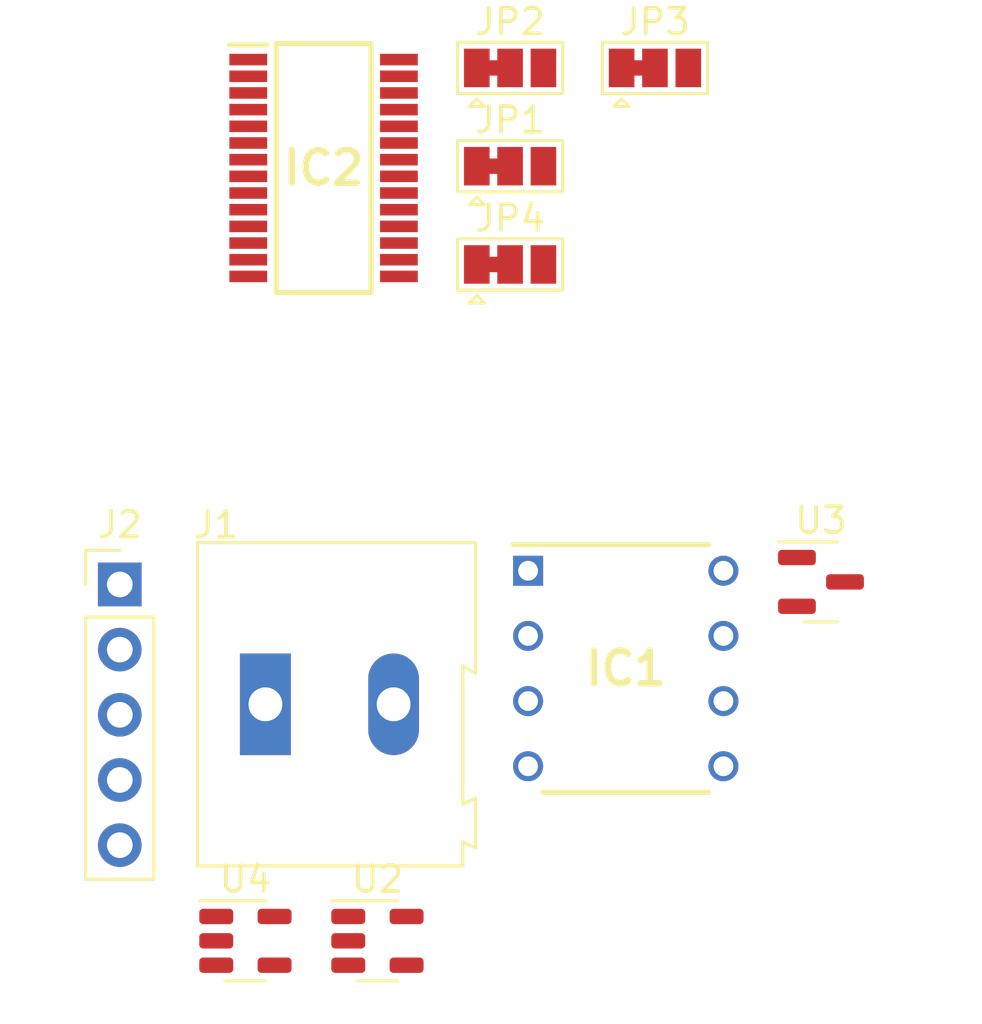
<source format=kicad_pcb>
(kicad_pcb (version 20211014) (generator pcbnew)
  (layers (0 "F.Cu" signal) (31 "B.Cu" signal) (34 "B.Paste" user) (35 "F.Paste" user) (36 "B.SilkS" user "B.Silkscreen") (37 "F.SilkS" user "F.Silkscreen") (38 "B.Mask" user) (39 "F.Mask" user) (44 "Edge.Cuts" user))
  (net 0 "")
  (net 4 "Net-(R10-Pad1)")
  (net 6 "Net-(R10-Pad2)")
  (net 7 "Net-(R5-Pad2)")
  (net 9 "/2V")
  (net 10 "GND")
  (net 11 "Net-(D1-Pad2)")
  (net 13 "Net-(RV1-Pad2)")
  (net 15 "Net-(IC1-Pad2)")
  (net 16 "IC_FBpin")
  (net 17 "Net-(IC1-Pad5)")
  (net 18 "Net-(IC1-Pad7)")
  (net 19 "/A0")
  (net 20 "+3V3")
  (net 21 "Net-(IC2-Pad3)")
  (net 26 "/A1")
  (net 32 "/A2")
  (net 37 "/A3")
  (net 42 "I2C_SDA")
  (net 43 "I2C_CLK")
  (net 44 "+5V")
  (footprint "Jumper:SolderJumper-3_P1.3mm_Bridged12_Pad1.0x1.5mm" (layer "F.Cu") (at 95.7686 65.95)
    (fp_text reference "JP2" (at 0 -1.8) (layer "F.SilkS"))
    (fp_text value "Adress0")
    (fp_poly (pts (xy -0.9 -0.3) (xy -0.4 -0.3) (xy -0.4 0.3) (xy -0.9 0.3)) (layer "F.Cu") (width 0) (fill solid))
    (fp_line (start -1.6 1.5) (end -1 1.5) (layer "F.SilkS") (width 0.12))
    (fp_line (start -2.05 1) (end -2.05 -1) (layer "F.SilkS") (width 0.12))
    (fp_line (start -1.3 1.2) (end -1 1.5) (layer "F.SilkS") (width 0.12))
    (fp_line (start -1.3 1.2) (end -1.6 1.5) (layer "F.SilkS") (width 0.12))
    (fp_line (start 2.05 -1) (end 2.05 1) (layer "F.SilkS") (width 0.12))
    (fp_line (start -2.05 -1) (end 2.05 -1) (layer "F.SilkS") (width 0.12))
    (fp_line (start 2.05 1) (end -2.05 1) (layer "F.SilkS") (width 0.12))
    (pad "1" smd rect (at -1.3 0) (size 1 1.5) (layers "F.Cu" "F.Mask") (net 10 "GND"))
    (pad "2" smd rect (at 0 0) (size 1 1.5) (layers "F.Cu" "F.Mask") (net 26 "/A1"))
    (pad "3" smd rect (at 1.3 0) (size 1 1.5) (layers "F.Cu" "F.Mask") (net 20 "+3V3"))
  )
  (footprint "SamacSys_Parts:SOP65P640X110-28N" (layer "F.Cu") (at 88.4936 69.85)
    (fp_text reference "IC2" (at 0 0) (layer "F.SilkS") (effects (font (size 1.27 1.27) (thickness 0.254))))
    (fp_text value "PCA9575PW2,118" hide)
    (fp_line (start -1.85 4.85) (end -1.85 -4.85) (layer "F.SilkS") (width 0.2))
    (fp_line (start -1.85 -4.85) (end 1.85 -4.85) (layer "F.SilkS") (width 0.2))
    (fp_line (start 1.85 -4.85) (end 1.85 4.85) (layer "F.SilkS") (width 0.2))
    (fp_line (start 1.85 4.85) (end -1.85 4.85) (layer "F.SilkS") (width 0.2))
    (fp_line (start -3.675 -4.8) (end -2.2 -4.8) (layer "F.SilkS") (width 0.2))
    (pad "1" smd rect locked (at -2.938 -4.225 90) (size 0.45 1.475) (layers "F.Cu" "F.Paste" "F.Mask") (net 19 "/A0"))
    (pad "2" smd rect locked (at -2.938 -3.575 90) (size 0.45 1.475) (layers "F.Cu" "F.Paste" "F.Mask") (net 20 "+3V3"))
    (pad "3" smd rect locked (at -2.938 -2.925 90) (size 0.45 1.475) (layers "F.Cu" "F.Paste" "F.Mask") (net 21 "Net-(IC2-Pad3)"))
    (pad "4" smd rect locked (at -2.938 -2.275 90) (size 0.45 1.475) (layers "F.Cu" "F.Paste" "F.Mask"))
    (pad "5" smd rect locked (at -2.938 -1.625 90) (size 0.45 1.475) (layers "F.Cu" "F.Paste" "F.Mask"))
    (pad "6" smd rect locked (at -2.938 -0.975 90) (size 0.45 1.475) (layers "F.Cu" "F.Paste" "F.Mask"))
    (pad "7" smd rect locked (at -2.938 -0.325 90) (size 0.45 1.475) (layers "F.Cu" "F.Paste" "F.Mask"))
    (pad "8" smd rect locked (at -2.938 0.325 90) (size 0.45 1.475) (layers "F.Cu" "F.Paste" "F.Mask") (net 26 "/A1"))
    (pad "9" smd rect locked (at -2.938 0.975 90) (size 0.45 1.475) (layers "F.Cu" "F.Paste" "F.Mask") (net 20 "+3V3"))
    (pad "10" smd rect locked (at -2.938 1.625 90) (size 0.45 1.475) (layers "F.Cu" "F.Paste" "F.Mask"))
    (pad "11" smd rect locked (at -2.938 2.275 90) (size 0.45 1.475) (layers "F.Cu" "F.Paste" "F.Mask"))
    (pad "12" smd rect locked (at -2.938 2.925 90) (size 0.45 1.475) (layers "F.Cu" "F.Paste" "F.Mask"))
    (pad "13" smd rect locked (at -2.938 3.575 90) (size 0.45 1.475) (layers "F.Cu" "F.Paste" "F.Mask"))
    (pad "14" smd rect locked (at -2.938 4.225 90) (size 0.45 1.475) (layers "F.Cu" "F.Paste" "F.Mask"))
    (pad "15" smd rect locked (at 2.938 4.225 90) (size 0.45 1.475) (layers "F.Cu" "F.Paste" "F.Mask") (net 32 "/A2"))
    (pad "16" smd rect locked (at 2.938 3.575 90) (size 0.45 1.475) (layers "F.Cu" "F.Paste" "F.Mask") (net 10 "GND"))
    (pad "17" smd rect locked (at 2.938 2.925 90) (size 0.45 1.475) (layers "F.Cu" "F.Paste" "F.Mask"))
    (pad "18" smd rect locked (at 2.938 2.275 90) (size 0.45 1.475) (layers "F.Cu" "F.Paste" "F.Mask"))
    (pad "19" smd rect locked (at 2.938 1.625 90) (size 0.45 1.475) (layers "F.Cu" "F.Paste" "F.Mask"))
    (pad "20" smd rect locked (at 2.938 0.975 90) (size 0.45 1.475) (layers "F.Cu" "F.Paste" "F.Mask"))
    (pad "21" smd rect locked (at 2.938 0.325 90) (size 0.45 1.475) (layers "F.Cu" "F.Paste" "F.Mask") (net 20 "+3V3"))
    (pad "22" smd rect locked (at 2.938 -0.325 90) (size 0.45 1.475) (layers "F.Cu" "F.Paste" "F.Mask") (net 37 "/A3"))
    (pad "23" smd rect locked (at 2.938 -0.975 90) (size 0.45 1.475) (layers "F.Cu" "F.Paste" "F.Mask"))
    (pad "24" smd rect locked (at 2.938 -1.625 90) (size 0.45 1.475) (layers "F.Cu" "F.Paste" "F.Mask"))
    (pad "25" smd rect locked (at 2.938 -2.275 90) (size 0.45 1.475) (layers "F.Cu" "F.Paste" "F.Mask"))
    (pad "26" smd rect locked (at 2.938 -2.925 90) (size 0.45 1.475) (layers "F.Cu" "F.Paste" "F.Mask"))
    (pad "27" smd rect locked (at 2.938 -3.575 90) (size 0.45 1.475) (layers "F.Cu" "F.Paste" "F.Mask") (net 42 "I2C_SDA"))
    (pad "28" smd rect locked (at 2.938 -4.225 90) (size 0.45 1.475) (layers "F.Cu" "F.Paste" "F.Mask") (net 43 "I2C_CLK"))
  )
  (footprint "Package_TO_SOT_SMD:SOT-23" (layer "F.Cu") (at 107.8942 85.9822)
    (fp_text reference "U3" (at 0 -2.4) (layer "F.SilkS"))
    (fp_text value "LM4040DBZ-2.0")
    (fp_line (start 0 -1.56) (end -1.675 -1.56) (layer "F.SilkS") (width 0.12))
    (fp_line (start 0 -1.56) (end 0.65 -1.56) (layer "F.SilkS") (width 0.12))
    (fp_line (start 0 1.56) (end 0.65 1.56) (layer "F.SilkS") (width 0.12))
    (fp_line (start 0 1.56) (end -0.65 1.56) (layer "F.SilkS") (width 0.12))
    (pad "1" smd roundrect (at -0.9375 -0.95) (size 1.475 0.6) (layers "F.Cu" "F.Paste" "F.Mask") (net 9 "/2V"))
    (pad "2" smd roundrect (at -0.9375 0.95) (size 1.475 0.6) (layers "F.Cu" "F.Paste" "F.Mask") (net 10 "GND"))
    (pad "3" smd roundrect (at 0.9375 0) (size 1.475 0.6) (layers "F.Cu" "F.Paste" "F.Mask"))
  )
  (footprint "SamacSys_Parts:DIP762W57P254L952H343Q8N" (layer "F.Cu") (at 100.2792 89.3572)
    (fp_text reference "IC1" (at 0 0) (layer "F.SilkS") (effects (font (size 1.27 1.27) (thickness 0.254))))
    (fp_text value "MIC3172YN" hide)
    (fp_line (start -3.24 4.825) (end 3.24 4.825) (layer "F.SilkS") (width 0.2))
    (fp_line (start -4.395 -4.825) (end 3.24 -4.825) (layer "F.SilkS") (width 0.2))
    (pad "1" thru_hole rect locked (at -3.81 -3.81) (size 1.17 1.17) (drill 0.77) (layers *.Cu *.Mask) (net 10 "GND"))
    (pad "2" thru_hole circle locked (at -3.81 -1.27) (size 1.17 1.17) (drill 0.77) (layers *.Cu *.Mask) (net 15 "Net-(IC1-Pad2)"))
    (pad "3" thru_hole circle locked (at -3.81 1.27) (size 1.17 1.17) (drill 0.77) (layers *.Cu *.Mask) (net 16 "IC_FBpin"))
    (pad "4" thru_hole circle locked (at -3.81 3.81) (size 1.17 1.17) (drill 0.77) (layers *.Cu *.Mask))
    (pad "5" thru_hole circle locked (at 3.81 3.81) (size 1.17 1.17) (drill 0.77) (layers *.Cu *.Mask) (net 17 "Net-(IC1-Pad5)"))
    (pad "6" thru_hole circle locked (at 3.81 1.27) (size 1.17 1.17) (drill 0.77) (layers *.Cu *.Mask) (net 10 "GND"))
    (pad "7" thru_hole circle locked (at 3.81 -1.27) (size 1.17 1.17) (drill 0.77) (layers *.Cu *.Mask) (net 18 "Net-(IC1-Pad7)"))
    (pad "8" thru_hole circle locked (at 3.81 -3.81) (size 1.17 1.17) (drill 0.77) (layers *.Cu *.Mask) (net 10 "GND"))
  )
  (footprint "Package_TO_SOT_SMD:SOT-23-5" (layer "F.Cu") (at 85.4442 99.9722)
    (fp_text reference "U4" (at 0 -2.4) (layer "F.SilkS"))
    (fp_text value "OP179GRT")
    (fp_line (start 0 -1.56) (end 0.8 -1.56) (layer "F.SilkS") (width 0.12))
    (fp_line (start 0 -1.56) (end -1.8 -1.56) (layer "F.SilkS") (width 0.12))
    (fp_line (start 0 1.56) (end -0.8 1.56) (layer "F.SilkS") (width 0.12))
    (fp_line (start 0 1.56) (end 0.8 1.56) (layer "F.SilkS") (width 0.12))
    (pad "1" smd roundrect (at -1.1375 -0.95) (size 1.325 0.6) (layers "F.Cu" "F.Paste" "F.Mask") (net 11 "Net-(D1-Pad2)"))
    (pad "2" smd roundrect (at -1.1375 0) (size 1.325 0.6) (layers "F.Cu" "F.Paste" "F.Mask"))
    (pad "3" smd roundrect (at -1.1375 0.95) (size 1.325 0.6) (layers "F.Cu" "F.Paste" "F.Mask") (net 4 "Net-(R10-Pad1)"))
    (pad "4" smd roundrect (at 1.1375 0.95) (size 1.325 0.6) (layers "F.Cu" "F.Paste" "F.Mask") (net 13 "Net-(RV1-Pad2)"))
    (pad "5" smd roundrect (at 1.1375 -0.95) (size 1.325 0.6) (layers "F.Cu" "F.Paste" "F.Mask"))
  )
  (footprint "Jumper:SolderJumper-3_P1.3mm_Bridged12_Pad1.0x1.5mm" (layer "F.Cu") (at 95.7686 73.61)
    (fp_text reference "JP4" (at 0 -1.8) (layer "F.SilkS"))
    (fp_text value "Adress0")
    (fp_poly (pts (xy -0.9 -0.3) (xy -0.4 -0.3) (xy -0.4 0.3) (xy -0.9 0.3)) (layer "F.Cu") (width 0) (fill solid))
    (fp_line (start 2.05 -1) (end 2.05 1) (layer "F.SilkS") (width 0.12))
    (fp_line (start 2.05 1) (end -2.05 1) (layer "F.SilkS") (width 0.12))
    (fp_line (start -2.05 -1) (end 2.05 -1) (layer "F.SilkS") (width 0.12))
    (fp_line (start -1.6 1.5) (end -1 1.5) (layer "F.SilkS") (width 0.12))
    (fp_line (start -2.05 1) (end -2.05 -1) (layer "F.SilkS") (width 0.12))
    (fp_line (start -1.3 1.2) (end -1 1.5) (layer "F.SilkS") (width 0.12))
    (fp_line (start -1.3 1.2) (end -1.6 1.5) (layer "F.SilkS") (width 0.12))
    (pad "1" smd rect (at -1.3 0) (size 1 1.5) (layers "F.Cu" "F.Mask") (net 10 "GND"))
    (pad "2" smd rect (at 0 0) (size 1 1.5) (layers "F.Cu" "F.Mask") (net 37 "/A3"))
    (pad "3" smd rect (at 1.3 0) (size 1 1.5) (layers "F.Cu" "F.Mask") (net 20 "+3V3"))
  )
  (footprint "Connector_PinHeader_2.54mm:PinHeader_1x05_P2.54mm_Vertical" (layer "F.Cu") (at 80.5442 86.0822)
    (fp_text reference "J2" (at 0 -2.33) (layer "F.SilkS"))
    (fp_text value "Conn_01x05")
    (fp_line (start -1.33 1.27) (end -1.33 11.49) (layer "F.SilkS") (width 0.12))
    (fp_line (start 1.33 1.27) (end 1.33 11.49) (layer "F.SilkS") (width 0.12))
    (fp_line (start -1.33 -1.33) (end 0 -1.33) (layer "F.SilkS") (width 0.12))
    (fp_line (start -1.33 11.49) (end 1.33 11.49) (layer "F.SilkS") (width 0.12))
    (fp_line (start -1.33 0) (end -1.33 -1.33) (layer "F.SilkS") (width 0.12))
    (fp_line (start -1.33 1.27) (end 1.33 1.27) (layer "F.SilkS") (width 0.12))
    (pad "1" thru_hole rect (at 0 0) (size 1.7 1.7) (drill 1) (layers *.Cu *.Mask) (net 10 "GND"))
    (pad "2" thru_hole oval (at 0 2.54) (size 1.7 1.7) (drill 1) (layers *.Cu *.Mask) (net 43 "I2C_CLK"))
    (pad "3" thru_hole oval (at 0 5.08) (size 1.7 1.7) (drill 1) (layers *.Cu *.Mask) (net 42 "I2C_SDA"))
    (pad "4" thru_hole oval (at 0 7.62) (size 1.7 1.7) (drill 1) (layers *.Cu *.Mask) (net 44 "+5V"))
    (pad "5" thru_hole oval (at 0 10.16) (size 1.7 1.7) (drill 1) (layers *.Cu *.Mask) (net 20 "+3V3"))
  )
  (footprint "Jumper:SolderJumper-3_P1.3mm_Bridged12_Pad1.0x1.5mm" (layer "F.Cu") (at 101.4186 65.95)
    (fp_text reference "JP3" (at 0 -1.8) (layer "F.SilkS"))
    (fp_text value "Adress0")
    (fp_poly (pts (xy -0.9 -0.3) (xy -0.4 -0.3) (xy -0.4 0.3) (xy -0.9 0.3)) (layer "F.Cu") (width 0) (fill solid))
    (fp_line (start 2.05 -1) (end 2.05 1) (layer "F.SilkS") (width 0.12))
    (fp_line (start -2.05 1) (end -2.05 -1) (layer "F.SilkS") (width 0.12))
    (fp_line (start -1.3 1.2) (end -1 1.5) (layer "F.SilkS") (width 0.12))
    (fp_line (start 2.05 1) (end -2.05 1) (layer "F.SilkS") (width 0.12))
    (fp_line (start -1.3 1.2) (end -1.6 1.5) (layer "F.SilkS") (width 0.12))
    (fp_line (start -1.6 1.5) (end -1 1.5) (layer "F.SilkS") (width 0.12))
    (fp_line (start -2.05 -1) (end 2.05 -1) (layer "F.SilkS") (width 0.12))
    (pad "1" smd rect (at -1.3 0) (size 1 1.5) (layers "F.Cu" "F.Mask") (net 10 "GND"))
    (pad "2" smd rect (at 0 0) (size 1 1.5) (layers "F.Cu" "F.Mask") (net 32 "/A2"))
    (pad "3" smd rect (at 1.3 0) (size 1 1.5) (layers "F.Cu" "F.Mask") (net 20 "+3V3"))
  )
  (footprint "Package_TO_SOT_SMD:SOT-23-5" (layer "F.Cu") (at 90.5942 99.9722)
    (fp_text reference "U2" (at 0 -2.4) (layer "F.SilkS"))
    (fp_text value "OP179GRT")
    (fp_line (start 0 1.56) (end 0.8 1.56) (layer "F.SilkS") (width 0.12))
    (fp_line (start 0 1.56) (end -0.8 1.56) (layer "F.SilkS") (width 0.12))
    (fp_line (start 0 -1.56) (end 0.8 -1.56) (layer "F.SilkS") (width 0.12))
    (fp_line (start 0 -1.56) (end -1.8 -1.56) (layer "F.SilkS") (width 0.12))
    (pad "1" smd roundrect (at -1.1375 -0.95) (size 1.325 0.6) (layers "F.Cu" "F.Paste" "F.Mask") (net 4 "Net-(R10-Pad1)"))
    (pad "2" smd roundrect (at -1.1375 0) (size 1.325 0.6) (layers "F.Cu" "F.Paste" "F.Mask"))
    (pad "3" smd roundrect (at -1.1375 0.95) (size 1.325 0.6) (layers "F.Cu" "F.Paste" "F.Mask") (net 6 "Net-(R10-Pad2)"))
    (pad "4" smd roundrect (at 1.1375 0.95) (size 1.325 0.6) (layers "F.Cu" "F.Paste" "F.Mask") (net 7 "Net-(R5-Pad2)"))
    (pad "5" smd roundrect (at 1.1375 -0.95) (size 1.325 0.6) (layers "F.Cu" "F.Paste" "F.Mask"))
  )
  (footprint "TerminalBlock:TerminalBlock_Altech_AK300-2_P5.00mm" (layer "F.Cu") (at 86.2242 90.7522)
    (fp_text reference "J1" (at -1.92 -6.99) (layer "F.SilkS"))
    (fp_text value "Screw_Terminal_01x02")
    (fp_line (start 8.2 3.7) (end 8.2 3.65) (layer "F.SilkS") (width 0.12))
    (fp_line (start 8.2 5.6) (end 8.2 3.7) (layer "F.SilkS") (width 0.12))
    (fp_line (start 7.7 5.35) (end 8.2 5.6) (layer "F.SilkS") (width 0.12))
    (fp_line (start -2.65 -6.3) (end -2.65 6.3) (layer "F.SilkS") (width 0.12))
    (fp_line (start 8.2 -1.2) (end 8.2 -6.3) (layer "F.SilkS") (width 0.12))
    (fp_line (start 8.2 3.65) (end 7.7 3.9) (layer "F.SilkS") (width 0.12))
    (fp_line (start -2.65 6.3) (end 7.7 6.3) (layer "F.SilkS") (width 0.12))
    (fp_line (start 7.7 -1.5) (end 8.2 -1.2) (layer "F.SilkS") (width 0.12))
    (fp_line (start 7.7 3.9) (end 7.7 -1.5) (layer "F.SilkS") (width 0.12))
    (fp_line (start 8.2 -6.3) (end -2.65 -6.3) (layer "F.SilkS") (width 0.12))
    (fp_line (start 7.7 6.3) (end 7.7 5.35) (layer "F.SilkS") (width 0.12))
    (pad "1" thru_hole rect (at 0 0) (size 1.98 3.96) (drill 1.32) (layers *.Cu *.Mask))
    (pad "2" thru_hole oval (at 5 0) (size 1.98 3.96) (drill 1.32) (layers *.Cu *.Mask))
  )
  (footprint "Jumper:SolderJumper-3_P1.3mm_Bridged12_Pad1.0x1.5mm" (layer "F.Cu") (at 95.7686 69.78)
    (fp_text reference "JP1" (at 0 -1.8) (layer "F.SilkS"))
    (fp_text value "Adress0")
    (fp_poly (pts (xy -0.9 -0.3) (xy -0.4 -0.3) (xy -0.4 0.3) (xy -0.9 0.3)) (layer "F.Cu") (width 0) (fill solid))
    (fp_line (start -2.05 -1) (end 2.05 -1) (layer "F.SilkS") (width 0.12))
    (fp_line (start 2.05 1) (end -2.05 1) (layer "F.SilkS") (width 0.12))
    (fp_line (start -2.05 1) (end -2.05 -1) (layer "F.SilkS") (width 0.12))
    (fp_line (start 2.05 -1) (end 2.05 1) (layer "F.SilkS") (width 0.12))
    (fp_line (start -1.3 1.2) (end -1 1.5) (layer "F.SilkS") (width 0.12))
    (fp_line (start -1.6 1.5) (end -1 1.5) (layer "F.SilkS") (width 0.12))
    (fp_line (start -1.3 1.2) (end -1.6 1.5) (layer "F.SilkS") (width 0.12))
    (pad "1" smd rect (at -1.3 0) (size 1 1.5) (layers "F.Cu" "F.Mask") (net 10 "GND"))
    (pad "2" smd rect (at 0 0) (size 1 1.5) (layers "F.Cu" "F.Mask") (net 19 "/A0"))
    (pad "3" smd rect (at 1.3 0) (size 1 1.5) (layers "F.Cu" "F.Mask") (net 20 "+3V3"))
  )
)
</source>
